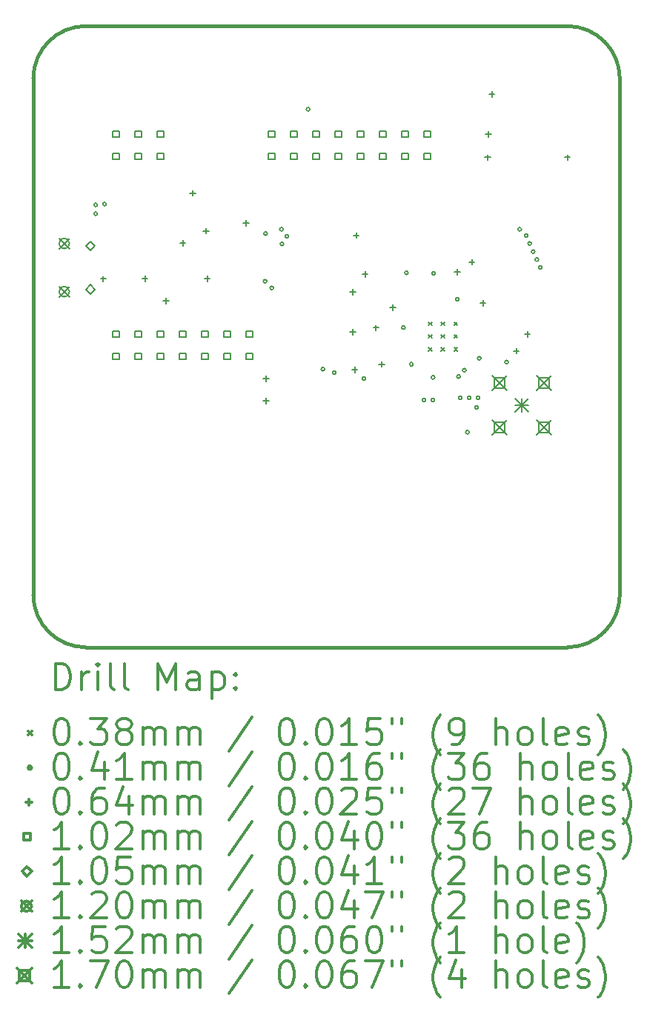
<source format=gbr>
%FSLAX45Y45*%
G04 Gerber Fmt 4.5, Leading zero omitted, Abs format (unit mm)*
G04 Created by KiCad (PCBNEW 4.0.2+e4-6225~38~ubuntu15.10.1-stable) date Thu 22 Jun 2017 11:13:28 SAST*
%MOMM*%
G01*
G04 APERTURE LIST*
%ADD10C,0.127000*%
%ADD11C,0.381000*%
%ADD12C,0.200000*%
%ADD13C,0.300000*%
G04 APERTURE END LIST*
D10*
D11*
X11500000Y-13900000D02*
G75*
G03X12100000Y-14500000I600000J0D01*
G01*
X17600000Y-14500000D02*
G75*
G03X18200000Y-13900000I0J600000D01*
G01*
X12100000Y-7400000D02*
G75*
G03X11500000Y-8000000I0J-600000D01*
G01*
X18200000Y-8000000D02*
G75*
G03X17600000Y-7400000I-600000J0D01*
G01*
X11500000Y-13900000D02*
X11500000Y-8000000D01*
X17600000Y-7400000D02*
X12100000Y-7400000D01*
X18200000Y-13900000D02*
X18200000Y-8000000D01*
X12100000Y-14500000D02*
X17600000Y-14500000D01*
D12*
X16014700Y-10782300D02*
X16052800Y-10820400D01*
X16052800Y-10782300D02*
X16014700Y-10820400D01*
X16014700Y-10928350D02*
X16052800Y-10966450D01*
X16052800Y-10928350D02*
X16014700Y-10966450D01*
X16014700Y-11074400D02*
X16052800Y-11112500D01*
X16052800Y-11074400D02*
X16014700Y-11112500D01*
X16160750Y-10782300D02*
X16198850Y-10820400D01*
X16198850Y-10782300D02*
X16160750Y-10820400D01*
X16160750Y-10928350D02*
X16198850Y-10966450D01*
X16198850Y-10928350D02*
X16160750Y-10966450D01*
X16160750Y-11074400D02*
X16198850Y-11112500D01*
X16198850Y-11074400D02*
X16160750Y-11112500D01*
X16306800Y-10782300D02*
X16344900Y-10820400D01*
X16344900Y-10782300D02*
X16306800Y-10820400D01*
X16306800Y-10928350D02*
X16344900Y-10966450D01*
X16344900Y-10928350D02*
X16306800Y-10966450D01*
X16306800Y-11074400D02*
X16344900Y-11112500D01*
X16344900Y-11074400D02*
X16306800Y-11112500D01*
X12232640Y-9443720D02*
G75*
G03X12232640Y-9443720I-20320J0D01*
G01*
X12232640Y-9545320D02*
G75*
G03X12232640Y-9545320I-20320J0D01*
G01*
X12334240Y-9433560D02*
G75*
G03X12334240Y-9433560I-20320J0D01*
G01*
X14168120Y-10317480D02*
G75*
G03X14168120Y-10317480I-20320J0D01*
G01*
X14173200Y-9771380D02*
G75*
G03X14173200Y-9771380I-20320J0D01*
G01*
X14244320Y-10393680D02*
G75*
G03X14244320Y-10393680I-20320J0D01*
G01*
X14356080Y-9723120D02*
G75*
G03X14356080Y-9723120I-20320J0D01*
G01*
X14361160Y-9890760D02*
G75*
G03X14361160Y-9890760I-20320J0D01*
G01*
X14417040Y-9804400D02*
G75*
G03X14417040Y-9804400I-20320J0D01*
G01*
X14660880Y-8351520D02*
G75*
G03X14660880Y-8351520I-20320J0D01*
G01*
X14828520Y-11320780D02*
G75*
G03X14828520Y-11320780I-20320J0D01*
G01*
X14958060Y-11358880D02*
G75*
G03X14958060Y-11358880I-20320J0D01*
G01*
X15298420Y-11427460D02*
G75*
G03X15298420Y-11427460I-20320J0D01*
G01*
X15748000Y-10845800D02*
G75*
G03X15748000Y-10845800I-20320J0D01*
G01*
X15783560Y-10220960D02*
G75*
G03X15783560Y-10220960I-20320J0D01*
G01*
X15839440Y-11264900D02*
G75*
G03X15839440Y-11264900I-20320J0D01*
G01*
X15984220Y-11673840D02*
G75*
G03X15984220Y-11673840I-20320J0D01*
G01*
X16085820Y-11414760D02*
G75*
G03X16085820Y-11414760I-20320J0D01*
G01*
X16085820Y-11673840D02*
G75*
G03X16085820Y-11673840I-20320J0D01*
G01*
X16093440Y-10226040D02*
G75*
G03X16093440Y-10226040I-20320J0D01*
G01*
X16362680Y-10523220D02*
G75*
G03X16362680Y-10523220I-20320J0D01*
G01*
X16377920Y-11404600D02*
G75*
G03X16377920Y-11404600I-20320J0D01*
G01*
X16398240Y-11648440D02*
G75*
G03X16398240Y-11648440I-20320J0D01*
G01*
X16443960Y-11333480D02*
G75*
G03X16443960Y-11333480I-20320J0D01*
G01*
X16479520Y-12042140D02*
G75*
G03X16479520Y-12042140I-20320J0D01*
G01*
X16499840Y-11648440D02*
G75*
G03X16499840Y-11648440I-20320J0D01*
G01*
X16583660Y-11760200D02*
G75*
G03X16583660Y-11760200I-20320J0D01*
G01*
X16601440Y-11648440D02*
G75*
G03X16601440Y-11648440I-20320J0D01*
G01*
X16614140Y-11196320D02*
G75*
G03X16614140Y-11196320I-20320J0D01*
G01*
X16926560Y-11239500D02*
G75*
G03X16926560Y-11239500I-20320J0D01*
G01*
X17076420Y-9723120D02*
G75*
G03X17076420Y-9723120I-20320J0D01*
G01*
X17150080Y-9794240D02*
G75*
G03X17150080Y-9794240I-20320J0D01*
G01*
X17190720Y-9885680D02*
G75*
G03X17190720Y-9885680I-20320J0D01*
G01*
X17231360Y-9977120D02*
G75*
G03X17231360Y-9977120I-20320J0D01*
G01*
X17272000Y-10068560D02*
G75*
G03X17272000Y-10068560I-20320J0D01*
G01*
X17312640Y-10160000D02*
G75*
G03X17312640Y-10160000I-20320J0D01*
G01*
X12298680Y-10257790D02*
X12298680Y-10321290D01*
X12266930Y-10289540D02*
X12330430Y-10289540D01*
X12776200Y-10255250D02*
X12776200Y-10318750D01*
X12744450Y-10287000D02*
X12807950Y-10287000D01*
X13017500Y-10509250D02*
X13017500Y-10572750D01*
X12985750Y-10541000D02*
X13049250Y-10541000D01*
X13208000Y-9848850D02*
X13208000Y-9912350D01*
X13176250Y-9880600D02*
X13239750Y-9880600D01*
X13322300Y-9277350D02*
X13322300Y-9340850D01*
X13290550Y-9309100D02*
X13354050Y-9309100D01*
X13474700Y-9709150D02*
X13474700Y-9772650D01*
X13442950Y-9740900D02*
X13506450Y-9740900D01*
X13487400Y-10255250D02*
X13487400Y-10318750D01*
X13455650Y-10287000D02*
X13519150Y-10287000D01*
X13931900Y-9620250D02*
X13931900Y-9683750D01*
X13900150Y-9652000D02*
X13963650Y-9652000D01*
X14160500Y-11395710D02*
X14160500Y-11459210D01*
X14128750Y-11427460D02*
X14192250Y-11427460D01*
X14160500Y-11652250D02*
X14160500Y-11715750D01*
X14128750Y-11684000D02*
X14192250Y-11684000D01*
X15151100Y-10407650D02*
X15151100Y-10471150D01*
X15119350Y-10439400D02*
X15182850Y-10439400D01*
X15151100Y-10864850D02*
X15151100Y-10928350D01*
X15119350Y-10896600D02*
X15182850Y-10896600D01*
X15171420Y-11294110D02*
X15171420Y-11357610D01*
X15139670Y-11325860D02*
X15203170Y-11325860D01*
X15189200Y-9759950D02*
X15189200Y-9823450D01*
X15157450Y-9791700D02*
X15220950Y-9791700D01*
X15290800Y-10204450D02*
X15290800Y-10267950D01*
X15259050Y-10236200D02*
X15322550Y-10236200D01*
X15415260Y-10816590D02*
X15415260Y-10880090D01*
X15383510Y-10848340D02*
X15447010Y-10848340D01*
X15478760Y-11233150D02*
X15478760Y-11296650D01*
X15447010Y-11264900D02*
X15510510Y-11264900D01*
X15608300Y-10585450D02*
X15608300Y-10648950D01*
X15576550Y-10617200D02*
X15640050Y-10617200D01*
X16344900Y-10176510D02*
X16344900Y-10240010D01*
X16313150Y-10208260D02*
X16376650Y-10208260D01*
X16510000Y-10064750D02*
X16510000Y-10128250D01*
X16478250Y-10096500D02*
X16541750Y-10096500D01*
X16637000Y-10534650D02*
X16637000Y-10598150D01*
X16605250Y-10566400D02*
X16668750Y-10566400D01*
X16690340Y-8868410D02*
X16690340Y-8931910D01*
X16658590Y-8900160D02*
X16722090Y-8900160D01*
X16700500Y-8604250D02*
X16700500Y-8667750D01*
X16668750Y-8636000D02*
X16732250Y-8636000D01*
X16738600Y-8147050D02*
X16738600Y-8210550D01*
X16706850Y-8178800D02*
X16770350Y-8178800D01*
X17018000Y-11080750D02*
X17018000Y-11144250D01*
X16986250Y-11112500D02*
X17049750Y-11112500D01*
X17145000Y-10890250D02*
X17145000Y-10953750D01*
X17113250Y-10922000D02*
X17176750Y-10922000D01*
X17602200Y-8868410D02*
X17602200Y-8931910D01*
X17570450Y-8900160D02*
X17633950Y-8900160D01*
X12481921Y-8671921D02*
X12481921Y-8600079D01*
X12410079Y-8600079D01*
X12410079Y-8671921D01*
X12481921Y-8671921D01*
X12481921Y-8925921D02*
X12481921Y-8854079D01*
X12410079Y-8854079D01*
X12410079Y-8925921D01*
X12481921Y-8925921D01*
X12481921Y-10957921D02*
X12481921Y-10886079D01*
X12410079Y-10886079D01*
X12410079Y-10957921D01*
X12481921Y-10957921D01*
X12481921Y-11211921D02*
X12481921Y-11140079D01*
X12410079Y-11140079D01*
X12410079Y-11211921D01*
X12481921Y-11211921D01*
X12735921Y-8671921D02*
X12735921Y-8600079D01*
X12664079Y-8600079D01*
X12664079Y-8671921D01*
X12735921Y-8671921D01*
X12735921Y-8925921D02*
X12735921Y-8854079D01*
X12664079Y-8854079D01*
X12664079Y-8925921D01*
X12735921Y-8925921D01*
X12735921Y-10957921D02*
X12735921Y-10886079D01*
X12664079Y-10886079D01*
X12664079Y-10957921D01*
X12735921Y-10957921D01*
X12735921Y-11211921D02*
X12735921Y-11140079D01*
X12664079Y-11140079D01*
X12664079Y-11211921D01*
X12735921Y-11211921D01*
X12989921Y-8671921D02*
X12989921Y-8600079D01*
X12918079Y-8600079D01*
X12918079Y-8671921D01*
X12989921Y-8671921D01*
X12989921Y-8925921D02*
X12989921Y-8854079D01*
X12918079Y-8854079D01*
X12918079Y-8925921D01*
X12989921Y-8925921D01*
X12989921Y-10957921D02*
X12989921Y-10886079D01*
X12918079Y-10886079D01*
X12918079Y-10957921D01*
X12989921Y-10957921D01*
X12989921Y-11211921D02*
X12989921Y-11140079D01*
X12918079Y-11140079D01*
X12918079Y-11211921D01*
X12989921Y-11211921D01*
X13243921Y-10957921D02*
X13243921Y-10886079D01*
X13172079Y-10886079D01*
X13172079Y-10957921D01*
X13243921Y-10957921D01*
X13243921Y-11211921D02*
X13243921Y-11140079D01*
X13172079Y-11140079D01*
X13172079Y-11211921D01*
X13243921Y-11211921D01*
X13497921Y-10957921D02*
X13497921Y-10886079D01*
X13426079Y-10886079D01*
X13426079Y-10957921D01*
X13497921Y-10957921D01*
X13497921Y-11211921D02*
X13497921Y-11140079D01*
X13426079Y-11140079D01*
X13426079Y-11211921D01*
X13497921Y-11211921D01*
X13751921Y-10957921D02*
X13751921Y-10886079D01*
X13680079Y-10886079D01*
X13680079Y-10957921D01*
X13751921Y-10957921D01*
X13751921Y-11211921D02*
X13751921Y-11140079D01*
X13680079Y-11140079D01*
X13680079Y-11211921D01*
X13751921Y-11211921D01*
X14005921Y-10957921D02*
X14005921Y-10886079D01*
X13934079Y-10886079D01*
X13934079Y-10957921D01*
X14005921Y-10957921D01*
X14005921Y-11211921D02*
X14005921Y-11140079D01*
X13934079Y-11140079D01*
X13934079Y-11211921D01*
X14005921Y-11211921D01*
X14259921Y-8671921D02*
X14259921Y-8600079D01*
X14188079Y-8600079D01*
X14188079Y-8671921D01*
X14259921Y-8671921D01*
X14259921Y-8925921D02*
X14259921Y-8854079D01*
X14188079Y-8854079D01*
X14188079Y-8925921D01*
X14259921Y-8925921D01*
X14513921Y-8671921D02*
X14513921Y-8600079D01*
X14442079Y-8600079D01*
X14442079Y-8671921D01*
X14513921Y-8671921D01*
X14513921Y-8925921D02*
X14513921Y-8854079D01*
X14442079Y-8854079D01*
X14442079Y-8925921D01*
X14513921Y-8925921D01*
X14767921Y-8671921D02*
X14767921Y-8600079D01*
X14696079Y-8600079D01*
X14696079Y-8671921D01*
X14767921Y-8671921D01*
X14767921Y-8925921D02*
X14767921Y-8854079D01*
X14696079Y-8854079D01*
X14696079Y-8925921D01*
X14767921Y-8925921D01*
X15021921Y-8671921D02*
X15021921Y-8600079D01*
X14950079Y-8600079D01*
X14950079Y-8671921D01*
X15021921Y-8671921D01*
X15021921Y-8925921D02*
X15021921Y-8854079D01*
X14950079Y-8854079D01*
X14950079Y-8925921D01*
X15021921Y-8925921D01*
X15275921Y-8671921D02*
X15275921Y-8600079D01*
X15204079Y-8600079D01*
X15204079Y-8671921D01*
X15275921Y-8671921D01*
X15275921Y-8925921D02*
X15275921Y-8854079D01*
X15204079Y-8854079D01*
X15204079Y-8925921D01*
X15275921Y-8925921D01*
X15529921Y-8671921D02*
X15529921Y-8600079D01*
X15458079Y-8600079D01*
X15458079Y-8671921D01*
X15529921Y-8671921D01*
X15529921Y-8925921D02*
X15529921Y-8854079D01*
X15458079Y-8854079D01*
X15458079Y-8925921D01*
X15529921Y-8925921D01*
X15783921Y-8671921D02*
X15783921Y-8600079D01*
X15712079Y-8600079D01*
X15712079Y-8671921D01*
X15783921Y-8671921D01*
X15783921Y-8925921D02*
X15783921Y-8854079D01*
X15712079Y-8854079D01*
X15712079Y-8925921D01*
X15783921Y-8925921D01*
X16037921Y-8671921D02*
X16037921Y-8600079D01*
X15966079Y-8600079D01*
X15966079Y-8671921D01*
X16037921Y-8671921D01*
X16037921Y-8925921D02*
X16037921Y-8854079D01*
X15966079Y-8854079D01*
X15966079Y-8925921D01*
X16037921Y-8925921D01*
X12151106Y-9963785D02*
X12203557Y-9911334D01*
X12151106Y-9858883D01*
X12098655Y-9911334D01*
X12151106Y-9963785D01*
X12151106Y-10461117D02*
X12203557Y-10408666D01*
X12151106Y-10356215D01*
X12098655Y-10408666D01*
X12151106Y-10461117D01*
X11793982Y-9824974D02*
X11913870Y-9944862D01*
X11913870Y-9824974D02*
X11793982Y-9944862D01*
X11913870Y-9884918D02*
G75*
G03X11913870Y-9884918I-59944J0D01*
G01*
X11793982Y-10375138D02*
X11913870Y-10495026D01*
X11913870Y-10375138D02*
X11793982Y-10495026D01*
X11913870Y-10435082D02*
G75*
G03X11913870Y-10435082I-59944J0D01*
G01*
X17005300Y-11658600D02*
X17157700Y-11811000D01*
X17157700Y-11658600D02*
X17005300Y-11811000D01*
X17081500Y-11658600D02*
X17081500Y-11811000D01*
X17005300Y-11734800D02*
X17157700Y-11734800D01*
X16742410Y-11395710D02*
X16912590Y-11565890D01*
X16912590Y-11395710D02*
X16742410Y-11565890D01*
X16887668Y-11540968D02*
X16887668Y-11420632D01*
X16767332Y-11420632D01*
X16767332Y-11540968D01*
X16887668Y-11540968D01*
X16742410Y-11903710D02*
X16912590Y-12073890D01*
X16912590Y-11903710D02*
X16742410Y-12073890D01*
X16887668Y-12048968D02*
X16887668Y-11928632D01*
X16767332Y-11928632D01*
X16767332Y-12048968D01*
X16887668Y-12048968D01*
X17250410Y-11395710D02*
X17420590Y-11565890D01*
X17420590Y-11395710D02*
X17250410Y-11565890D01*
X17395668Y-11540968D02*
X17395668Y-11420632D01*
X17275332Y-11420632D01*
X17275332Y-11540968D01*
X17395668Y-11540968D01*
X17250410Y-11903710D02*
X17420590Y-12073890D01*
X17420590Y-11903710D02*
X17250410Y-12073890D01*
X17395668Y-12048968D02*
X17395668Y-11928632D01*
X17275332Y-11928632D01*
X17275332Y-12048968D01*
X17395668Y-12048968D01*
D13*
X11752378Y-14984764D02*
X11752378Y-14684764D01*
X11823807Y-14684764D01*
X11866664Y-14699050D01*
X11895236Y-14727621D01*
X11909521Y-14756193D01*
X11923807Y-14813336D01*
X11923807Y-14856193D01*
X11909521Y-14913336D01*
X11895236Y-14941907D01*
X11866664Y-14970479D01*
X11823807Y-14984764D01*
X11752378Y-14984764D01*
X12052378Y-14984764D02*
X12052378Y-14784764D01*
X12052378Y-14841907D02*
X12066664Y-14813336D01*
X12080950Y-14799050D01*
X12109521Y-14784764D01*
X12138093Y-14784764D01*
X12238093Y-14984764D02*
X12238093Y-14784764D01*
X12238093Y-14684764D02*
X12223807Y-14699050D01*
X12238093Y-14713336D01*
X12252378Y-14699050D01*
X12238093Y-14684764D01*
X12238093Y-14713336D01*
X12423807Y-14984764D02*
X12395236Y-14970479D01*
X12380950Y-14941907D01*
X12380950Y-14684764D01*
X12580950Y-14984764D02*
X12552378Y-14970479D01*
X12538093Y-14941907D01*
X12538093Y-14684764D01*
X12923807Y-14984764D02*
X12923807Y-14684764D01*
X13023807Y-14899050D01*
X13123807Y-14684764D01*
X13123807Y-14984764D01*
X13395236Y-14984764D02*
X13395236Y-14827621D01*
X13380950Y-14799050D01*
X13352378Y-14784764D01*
X13295236Y-14784764D01*
X13266664Y-14799050D01*
X13395236Y-14970479D02*
X13366664Y-14984764D01*
X13295236Y-14984764D01*
X13266664Y-14970479D01*
X13252378Y-14941907D01*
X13252378Y-14913336D01*
X13266664Y-14884764D01*
X13295236Y-14870479D01*
X13366664Y-14870479D01*
X13395236Y-14856193D01*
X13538093Y-14784764D02*
X13538093Y-15084764D01*
X13538093Y-14799050D02*
X13566664Y-14784764D01*
X13623807Y-14784764D01*
X13652378Y-14799050D01*
X13666664Y-14813336D01*
X13680950Y-14841907D01*
X13680950Y-14927621D01*
X13666664Y-14956193D01*
X13652378Y-14970479D01*
X13623807Y-14984764D01*
X13566664Y-14984764D01*
X13538093Y-14970479D01*
X13809521Y-14956193D02*
X13823807Y-14970479D01*
X13809521Y-14984764D01*
X13795236Y-14970479D01*
X13809521Y-14956193D01*
X13809521Y-14984764D01*
X13809521Y-14799050D02*
X13823807Y-14813336D01*
X13809521Y-14827621D01*
X13795236Y-14813336D01*
X13809521Y-14799050D01*
X13809521Y-14827621D01*
X11442850Y-15460000D02*
X11480950Y-15498100D01*
X11480950Y-15460000D02*
X11442850Y-15498100D01*
X11809521Y-15314764D02*
X11838093Y-15314764D01*
X11866664Y-15329050D01*
X11880950Y-15343336D01*
X11895236Y-15371907D01*
X11909521Y-15429050D01*
X11909521Y-15500479D01*
X11895236Y-15557621D01*
X11880950Y-15586193D01*
X11866664Y-15600479D01*
X11838093Y-15614764D01*
X11809521Y-15614764D01*
X11780950Y-15600479D01*
X11766664Y-15586193D01*
X11752378Y-15557621D01*
X11738093Y-15500479D01*
X11738093Y-15429050D01*
X11752378Y-15371907D01*
X11766664Y-15343336D01*
X11780950Y-15329050D01*
X11809521Y-15314764D01*
X12038093Y-15586193D02*
X12052378Y-15600479D01*
X12038093Y-15614764D01*
X12023807Y-15600479D01*
X12038093Y-15586193D01*
X12038093Y-15614764D01*
X12152378Y-15314764D02*
X12338093Y-15314764D01*
X12238093Y-15429050D01*
X12280950Y-15429050D01*
X12309521Y-15443336D01*
X12323807Y-15457621D01*
X12338093Y-15486193D01*
X12338093Y-15557621D01*
X12323807Y-15586193D01*
X12309521Y-15600479D01*
X12280950Y-15614764D01*
X12195236Y-15614764D01*
X12166664Y-15600479D01*
X12152378Y-15586193D01*
X12509521Y-15443336D02*
X12480950Y-15429050D01*
X12466664Y-15414764D01*
X12452378Y-15386193D01*
X12452378Y-15371907D01*
X12466664Y-15343336D01*
X12480950Y-15329050D01*
X12509521Y-15314764D01*
X12566664Y-15314764D01*
X12595236Y-15329050D01*
X12609521Y-15343336D01*
X12623807Y-15371907D01*
X12623807Y-15386193D01*
X12609521Y-15414764D01*
X12595236Y-15429050D01*
X12566664Y-15443336D01*
X12509521Y-15443336D01*
X12480950Y-15457621D01*
X12466664Y-15471907D01*
X12452378Y-15500479D01*
X12452378Y-15557621D01*
X12466664Y-15586193D01*
X12480950Y-15600479D01*
X12509521Y-15614764D01*
X12566664Y-15614764D01*
X12595236Y-15600479D01*
X12609521Y-15586193D01*
X12623807Y-15557621D01*
X12623807Y-15500479D01*
X12609521Y-15471907D01*
X12595236Y-15457621D01*
X12566664Y-15443336D01*
X12752378Y-15614764D02*
X12752378Y-15414764D01*
X12752378Y-15443336D02*
X12766664Y-15429050D01*
X12795236Y-15414764D01*
X12838093Y-15414764D01*
X12866664Y-15429050D01*
X12880950Y-15457621D01*
X12880950Y-15614764D01*
X12880950Y-15457621D02*
X12895236Y-15429050D01*
X12923807Y-15414764D01*
X12966664Y-15414764D01*
X12995236Y-15429050D01*
X13009521Y-15457621D01*
X13009521Y-15614764D01*
X13152378Y-15614764D02*
X13152378Y-15414764D01*
X13152378Y-15443336D02*
X13166664Y-15429050D01*
X13195236Y-15414764D01*
X13238093Y-15414764D01*
X13266664Y-15429050D01*
X13280950Y-15457621D01*
X13280950Y-15614764D01*
X13280950Y-15457621D02*
X13295236Y-15429050D01*
X13323807Y-15414764D01*
X13366664Y-15414764D01*
X13395236Y-15429050D01*
X13409521Y-15457621D01*
X13409521Y-15614764D01*
X13995236Y-15300479D02*
X13738093Y-15686193D01*
X14380950Y-15314764D02*
X14409521Y-15314764D01*
X14438093Y-15329050D01*
X14452378Y-15343336D01*
X14466664Y-15371907D01*
X14480950Y-15429050D01*
X14480950Y-15500479D01*
X14466664Y-15557621D01*
X14452378Y-15586193D01*
X14438093Y-15600479D01*
X14409521Y-15614764D01*
X14380950Y-15614764D01*
X14352378Y-15600479D01*
X14338093Y-15586193D01*
X14323807Y-15557621D01*
X14309521Y-15500479D01*
X14309521Y-15429050D01*
X14323807Y-15371907D01*
X14338093Y-15343336D01*
X14352378Y-15329050D01*
X14380950Y-15314764D01*
X14609521Y-15586193D02*
X14623807Y-15600479D01*
X14609521Y-15614764D01*
X14595236Y-15600479D01*
X14609521Y-15586193D01*
X14609521Y-15614764D01*
X14809521Y-15314764D02*
X14838093Y-15314764D01*
X14866664Y-15329050D01*
X14880950Y-15343336D01*
X14895235Y-15371907D01*
X14909521Y-15429050D01*
X14909521Y-15500479D01*
X14895235Y-15557621D01*
X14880950Y-15586193D01*
X14866664Y-15600479D01*
X14838093Y-15614764D01*
X14809521Y-15614764D01*
X14780950Y-15600479D01*
X14766664Y-15586193D01*
X14752378Y-15557621D01*
X14738093Y-15500479D01*
X14738093Y-15429050D01*
X14752378Y-15371907D01*
X14766664Y-15343336D01*
X14780950Y-15329050D01*
X14809521Y-15314764D01*
X15195235Y-15614764D02*
X15023807Y-15614764D01*
X15109521Y-15614764D02*
X15109521Y-15314764D01*
X15080950Y-15357621D01*
X15052378Y-15386193D01*
X15023807Y-15400479D01*
X15466664Y-15314764D02*
X15323807Y-15314764D01*
X15309521Y-15457621D01*
X15323807Y-15443336D01*
X15352378Y-15429050D01*
X15423807Y-15429050D01*
X15452378Y-15443336D01*
X15466664Y-15457621D01*
X15480950Y-15486193D01*
X15480950Y-15557621D01*
X15466664Y-15586193D01*
X15452378Y-15600479D01*
X15423807Y-15614764D01*
X15352378Y-15614764D01*
X15323807Y-15600479D01*
X15309521Y-15586193D01*
X15595236Y-15314764D02*
X15595236Y-15371907D01*
X15709521Y-15314764D02*
X15709521Y-15371907D01*
X16152378Y-15729050D02*
X16138093Y-15714764D01*
X16109521Y-15671907D01*
X16095235Y-15643336D01*
X16080950Y-15600479D01*
X16066664Y-15529050D01*
X16066664Y-15471907D01*
X16080950Y-15400479D01*
X16095235Y-15357621D01*
X16109521Y-15329050D01*
X16138093Y-15286193D01*
X16152378Y-15271907D01*
X16280950Y-15614764D02*
X16338093Y-15614764D01*
X16366664Y-15600479D01*
X16380950Y-15586193D01*
X16409521Y-15543336D01*
X16423807Y-15486193D01*
X16423807Y-15371907D01*
X16409521Y-15343336D01*
X16395235Y-15329050D01*
X16366664Y-15314764D01*
X16309521Y-15314764D01*
X16280950Y-15329050D01*
X16266664Y-15343336D01*
X16252378Y-15371907D01*
X16252378Y-15443336D01*
X16266664Y-15471907D01*
X16280950Y-15486193D01*
X16309521Y-15500479D01*
X16366664Y-15500479D01*
X16395235Y-15486193D01*
X16409521Y-15471907D01*
X16423807Y-15443336D01*
X16780950Y-15614764D02*
X16780950Y-15314764D01*
X16909521Y-15614764D02*
X16909521Y-15457621D01*
X16895236Y-15429050D01*
X16866664Y-15414764D01*
X16823807Y-15414764D01*
X16795236Y-15429050D01*
X16780950Y-15443336D01*
X17095236Y-15614764D02*
X17066664Y-15600479D01*
X17052378Y-15586193D01*
X17038093Y-15557621D01*
X17038093Y-15471907D01*
X17052378Y-15443336D01*
X17066664Y-15429050D01*
X17095236Y-15414764D01*
X17138093Y-15414764D01*
X17166664Y-15429050D01*
X17180950Y-15443336D01*
X17195236Y-15471907D01*
X17195236Y-15557621D01*
X17180950Y-15586193D01*
X17166664Y-15600479D01*
X17138093Y-15614764D01*
X17095236Y-15614764D01*
X17366664Y-15614764D02*
X17338093Y-15600479D01*
X17323807Y-15571907D01*
X17323807Y-15314764D01*
X17595236Y-15600479D02*
X17566664Y-15614764D01*
X17509521Y-15614764D01*
X17480950Y-15600479D01*
X17466664Y-15571907D01*
X17466664Y-15457621D01*
X17480950Y-15429050D01*
X17509521Y-15414764D01*
X17566664Y-15414764D01*
X17595236Y-15429050D01*
X17609521Y-15457621D01*
X17609521Y-15486193D01*
X17466664Y-15514764D01*
X17723807Y-15600479D02*
X17752379Y-15614764D01*
X17809521Y-15614764D01*
X17838093Y-15600479D01*
X17852379Y-15571907D01*
X17852379Y-15557621D01*
X17838093Y-15529050D01*
X17809521Y-15514764D01*
X17766664Y-15514764D01*
X17738093Y-15500479D01*
X17723807Y-15471907D01*
X17723807Y-15457621D01*
X17738093Y-15429050D01*
X17766664Y-15414764D01*
X17809521Y-15414764D01*
X17838093Y-15429050D01*
X17952378Y-15729050D02*
X17966664Y-15714764D01*
X17995236Y-15671907D01*
X18009521Y-15643336D01*
X18023807Y-15600479D01*
X18038093Y-15529050D01*
X18038093Y-15471907D01*
X18023807Y-15400479D01*
X18009521Y-15357621D01*
X17995236Y-15329050D01*
X17966664Y-15286193D01*
X17952378Y-15271907D01*
X11480950Y-15875050D02*
G75*
G03X11480950Y-15875050I-20320J0D01*
G01*
X11809521Y-15710764D02*
X11838093Y-15710764D01*
X11866664Y-15725050D01*
X11880950Y-15739336D01*
X11895236Y-15767907D01*
X11909521Y-15825050D01*
X11909521Y-15896479D01*
X11895236Y-15953621D01*
X11880950Y-15982193D01*
X11866664Y-15996479D01*
X11838093Y-16010764D01*
X11809521Y-16010764D01*
X11780950Y-15996479D01*
X11766664Y-15982193D01*
X11752378Y-15953621D01*
X11738093Y-15896479D01*
X11738093Y-15825050D01*
X11752378Y-15767907D01*
X11766664Y-15739336D01*
X11780950Y-15725050D01*
X11809521Y-15710764D01*
X12038093Y-15982193D02*
X12052378Y-15996479D01*
X12038093Y-16010764D01*
X12023807Y-15996479D01*
X12038093Y-15982193D01*
X12038093Y-16010764D01*
X12309521Y-15810764D02*
X12309521Y-16010764D01*
X12238093Y-15696479D02*
X12166664Y-15910764D01*
X12352378Y-15910764D01*
X12623807Y-16010764D02*
X12452378Y-16010764D01*
X12538093Y-16010764D02*
X12538093Y-15710764D01*
X12509521Y-15753621D01*
X12480950Y-15782193D01*
X12452378Y-15796479D01*
X12752378Y-16010764D02*
X12752378Y-15810764D01*
X12752378Y-15839336D02*
X12766664Y-15825050D01*
X12795236Y-15810764D01*
X12838093Y-15810764D01*
X12866664Y-15825050D01*
X12880950Y-15853621D01*
X12880950Y-16010764D01*
X12880950Y-15853621D02*
X12895236Y-15825050D01*
X12923807Y-15810764D01*
X12966664Y-15810764D01*
X12995236Y-15825050D01*
X13009521Y-15853621D01*
X13009521Y-16010764D01*
X13152378Y-16010764D02*
X13152378Y-15810764D01*
X13152378Y-15839336D02*
X13166664Y-15825050D01*
X13195236Y-15810764D01*
X13238093Y-15810764D01*
X13266664Y-15825050D01*
X13280950Y-15853621D01*
X13280950Y-16010764D01*
X13280950Y-15853621D02*
X13295236Y-15825050D01*
X13323807Y-15810764D01*
X13366664Y-15810764D01*
X13395236Y-15825050D01*
X13409521Y-15853621D01*
X13409521Y-16010764D01*
X13995236Y-15696479D02*
X13738093Y-16082193D01*
X14380950Y-15710764D02*
X14409521Y-15710764D01*
X14438093Y-15725050D01*
X14452378Y-15739336D01*
X14466664Y-15767907D01*
X14480950Y-15825050D01*
X14480950Y-15896479D01*
X14466664Y-15953621D01*
X14452378Y-15982193D01*
X14438093Y-15996479D01*
X14409521Y-16010764D01*
X14380950Y-16010764D01*
X14352378Y-15996479D01*
X14338093Y-15982193D01*
X14323807Y-15953621D01*
X14309521Y-15896479D01*
X14309521Y-15825050D01*
X14323807Y-15767907D01*
X14338093Y-15739336D01*
X14352378Y-15725050D01*
X14380950Y-15710764D01*
X14609521Y-15982193D02*
X14623807Y-15996479D01*
X14609521Y-16010764D01*
X14595236Y-15996479D01*
X14609521Y-15982193D01*
X14609521Y-16010764D01*
X14809521Y-15710764D02*
X14838093Y-15710764D01*
X14866664Y-15725050D01*
X14880950Y-15739336D01*
X14895235Y-15767907D01*
X14909521Y-15825050D01*
X14909521Y-15896479D01*
X14895235Y-15953621D01*
X14880950Y-15982193D01*
X14866664Y-15996479D01*
X14838093Y-16010764D01*
X14809521Y-16010764D01*
X14780950Y-15996479D01*
X14766664Y-15982193D01*
X14752378Y-15953621D01*
X14738093Y-15896479D01*
X14738093Y-15825050D01*
X14752378Y-15767907D01*
X14766664Y-15739336D01*
X14780950Y-15725050D01*
X14809521Y-15710764D01*
X15195235Y-16010764D02*
X15023807Y-16010764D01*
X15109521Y-16010764D02*
X15109521Y-15710764D01*
X15080950Y-15753621D01*
X15052378Y-15782193D01*
X15023807Y-15796479D01*
X15452378Y-15710764D02*
X15395235Y-15710764D01*
X15366664Y-15725050D01*
X15352378Y-15739336D01*
X15323807Y-15782193D01*
X15309521Y-15839336D01*
X15309521Y-15953621D01*
X15323807Y-15982193D01*
X15338093Y-15996479D01*
X15366664Y-16010764D01*
X15423807Y-16010764D01*
X15452378Y-15996479D01*
X15466664Y-15982193D01*
X15480950Y-15953621D01*
X15480950Y-15882193D01*
X15466664Y-15853621D01*
X15452378Y-15839336D01*
X15423807Y-15825050D01*
X15366664Y-15825050D01*
X15338093Y-15839336D01*
X15323807Y-15853621D01*
X15309521Y-15882193D01*
X15595236Y-15710764D02*
X15595236Y-15767907D01*
X15709521Y-15710764D02*
X15709521Y-15767907D01*
X16152378Y-16125050D02*
X16138093Y-16110764D01*
X16109521Y-16067907D01*
X16095235Y-16039336D01*
X16080950Y-15996479D01*
X16066664Y-15925050D01*
X16066664Y-15867907D01*
X16080950Y-15796479D01*
X16095235Y-15753621D01*
X16109521Y-15725050D01*
X16138093Y-15682193D01*
X16152378Y-15667907D01*
X16238093Y-15710764D02*
X16423807Y-15710764D01*
X16323807Y-15825050D01*
X16366664Y-15825050D01*
X16395235Y-15839336D01*
X16409521Y-15853621D01*
X16423807Y-15882193D01*
X16423807Y-15953621D01*
X16409521Y-15982193D01*
X16395235Y-15996479D01*
X16366664Y-16010764D01*
X16280950Y-16010764D01*
X16252378Y-15996479D01*
X16238093Y-15982193D01*
X16680950Y-15710764D02*
X16623807Y-15710764D01*
X16595235Y-15725050D01*
X16580950Y-15739336D01*
X16552378Y-15782193D01*
X16538093Y-15839336D01*
X16538093Y-15953621D01*
X16552378Y-15982193D01*
X16566664Y-15996479D01*
X16595235Y-16010764D01*
X16652378Y-16010764D01*
X16680950Y-15996479D01*
X16695235Y-15982193D01*
X16709521Y-15953621D01*
X16709521Y-15882193D01*
X16695235Y-15853621D01*
X16680950Y-15839336D01*
X16652378Y-15825050D01*
X16595235Y-15825050D01*
X16566664Y-15839336D01*
X16552378Y-15853621D01*
X16538093Y-15882193D01*
X17066664Y-16010764D02*
X17066664Y-15710764D01*
X17195236Y-16010764D02*
X17195236Y-15853621D01*
X17180950Y-15825050D01*
X17152378Y-15810764D01*
X17109521Y-15810764D01*
X17080950Y-15825050D01*
X17066664Y-15839336D01*
X17380950Y-16010764D02*
X17352378Y-15996479D01*
X17338093Y-15982193D01*
X17323807Y-15953621D01*
X17323807Y-15867907D01*
X17338093Y-15839336D01*
X17352378Y-15825050D01*
X17380950Y-15810764D01*
X17423807Y-15810764D01*
X17452378Y-15825050D01*
X17466664Y-15839336D01*
X17480950Y-15867907D01*
X17480950Y-15953621D01*
X17466664Y-15982193D01*
X17452378Y-15996479D01*
X17423807Y-16010764D01*
X17380950Y-16010764D01*
X17652378Y-16010764D02*
X17623807Y-15996479D01*
X17609521Y-15967907D01*
X17609521Y-15710764D01*
X17880950Y-15996479D02*
X17852379Y-16010764D01*
X17795236Y-16010764D01*
X17766664Y-15996479D01*
X17752379Y-15967907D01*
X17752379Y-15853621D01*
X17766664Y-15825050D01*
X17795236Y-15810764D01*
X17852379Y-15810764D01*
X17880950Y-15825050D01*
X17895236Y-15853621D01*
X17895236Y-15882193D01*
X17752379Y-15910764D01*
X18009521Y-15996479D02*
X18038093Y-16010764D01*
X18095236Y-16010764D01*
X18123807Y-15996479D01*
X18138093Y-15967907D01*
X18138093Y-15953621D01*
X18123807Y-15925050D01*
X18095236Y-15910764D01*
X18052379Y-15910764D01*
X18023807Y-15896479D01*
X18009521Y-15867907D01*
X18009521Y-15853621D01*
X18023807Y-15825050D01*
X18052379Y-15810764D01*
X18095236Y-15810764D01*
X18123807Y-15825050D01*
X18238093Y-16125050D02*
X18252379Y-16110764D01*
X18280950Y-16067907D01*
X18295236Y-16039336D01*
X18309521Y-15996479D01*
X18323807Y-15925050D01*
X18323807Y-15867907D01*
X18309521Y-15796479D01*
X18295236Y-15753621D01*
X18280950Y-15725050D01*
X18252379Y-15682193D01*
X18238093Y-15667907D01*
X11449200Y-16239300D02*
X11449200Y-16302800D01*
X11417450Y-16271050D02*
X11480950Y-16271050D01*
X11809521Y-16106764D02*
X11838093Y-16106764D01*
X11866664Y-16121050D01*
X11880950Y-16135336D01*
X11895236Y-16163907D01*
X11909521Y-16221050D01*
X11909521Y-16292479D01*
X11895236Y-16349621D01*
X11880950Y-16378193D01*
X11866664Y-16392479D01*
X11838093Y-16406764D01*
X11809521Y-16406764D01*
X11780950Y-16392479D01*
X11766664Y-16378193D01*
X11752378Y-16349621D01*
X11738093Y-16292479D01*
X11738093Y-16221050D01*
X11752378Y-16163907D01*
X11766664Y-16135336D01*
X11780950Y-16121050D01*
X11809521Y-16106764D01*
X12038093Y-16378193D02*
X12052378Y-16392479D01*
X12038093Y-16406764D01*
X12023807Y-16392479D01*
X12038093Y-16378193D01*
X12038093Y-16406764D01*
X12309521Y-16106764D02*
X12252378Y-16106764D01*
X12223807Y-16121050D01*
X12209521Y-16135336D01*
X12180950Y-16178193D01*
X12166664Y-16235336D01*
X12166664Y-16349621D01*
X12180950Y-16378193D01*
X12195236Y-16392479D01*
X12223807Y-16406764D01*
X12280950Y-16406764D01*
X12309521Y-16392479D01*
X12323807Y-16378193D01*
X12338093Y-16349621D01*
X12338093Y-16278193D01*
X12323807Y-16249621D01*
X12309521Y-16235336D01*
X12280950Y-16221050D01*
X12223807Y-16221050D01*
X12195236Y-16235336D01*
X12180950Y-16249621D01*
X12166664Y-16278193D01*
X12595236Y-16206764D02*
X12595236Y-16406764D01*
X12523807Y-16092479D02*
X12452378Y-16306764D01*
X12638093Y-16306764D01*
X12752378Y-16406764D02*
X12752378Y-16206764D01*
X12752378Y-16235336D02*
X12766664Y-16221050D01*
X12795236Y-16206764D01*
X12838093Y-16206764D01*
X12866664Y-16221050D01*
X12880950Y-16249621D01*
X12880950Y-16406764D01*
X12880950Y-16249621D02*
X12895236Y-16221050D01*
X12923807Y-16206764D01*
X12966664Y-16206764D01*
X12995236Y-16221050D01*
X13009521Y-16249621D01*
X13009521Y-16406764D01*
X13152378Y-16406764D02*
X13152378Y-16206764D01*
X13152378Y-16235336D02*
X13166664Y-16221050D01*
X13195236Y-16206764D01*
X13238093Y-16206764D01*
X13266664Y-16221050D01*
X13280950Y-16249621D01*
X13280950Y-16406764D01*
X13280950Y-16249621D02*
X13295236Y-16221050D01*
X13323807Y-16206764D01*
X13366664Y-16206764D01*
X13395236Y-16221050D01*
X13409521Y-16249621D01*
X13409521Y-16406764D01*
X13995236Y-16092479D02*
X13738093Y-16478193D01*
X14380950Y-16106764D02*
X14409521Y-16106764D01*
X14438093Y-16121050D01*
X14452378Y-16135336D01*
X14466664Y-16163907D01*
X14480950Y-16221050D01*
X14480950Y-16292479D01*
X14466664Y-16349621D01*
X14452378Y-16378193D01*
X14438093Y-16392479D01*
X14409521Y-16406764D01*
X14380950Y-16406764D01*
X14352378Y-16392479D01*
X14338093Y-16378193D01*
X14323807Y-16349621D01*
X14309521Y-16292479D01*
X14309521Y-16221050D01*
X14323807Y-16163907D01*
X14338093Y-16135336D01*
X14352378Y-16121050D01*
X14380950Y-16106764D01*
X14609521Y-16378193D02*
X14623807Y-16392479D01*
X14609521Y-16406764D01*
X14595236Y-16392479D01*
X14609521Y-16378193D01*
X14609521Y-16406764D01*
X14809521Y-16106764D02*
X14838093Y-16106764D01*
X14866664Y-16121050D01*
X14880950Y-16135336D01*
X14895235Y-16163907D01*
X14909521Y-16221050D01*
X14909521Y-16292479D01*
X14895235Y-16349621D01*
X14880950Y-16378193D01*
X14866664Y-16392479D01*
X14838093Y-16406764D01*
X14809521Y-16406764D01*
X14780950Y-16392479D01*
X14766664Y-16378193D01*
X14752378Y-16349621D01*
X14738093Y-16292479D01*
X14738093Y-16221050D01*
X14752378Y-16163907D01*
X14766664Y-16135336D01*
X14780950Y-16121050D01*
X14809521Y-16106764D01*
X15023807Y-16135336D02*
X15038093Y-16121050D01*
X15066664Y-16106764D01*
X15138093Y-16106764D01*
X15166664Y-16121050D01*
X15180950Y-16135336D01*
X15195235Y-16163907D01*
X15195235Y-16192479D01*
X15180950Y-16235336D01*
X15009521Y-16406764D01*
X15195235Y-16406764D01*
X15466664Y-16106764D02*
X15323807Y-16106764D01*
X15309521Y-16249621D01*
X15323807Y-16235336D01*
X15352378Y-16221050D01*
X15423807Y-16221050D01*
X15452378Y-16235336D01*
X15466664Y-16249621D01*
X15480950Y-16278193D01*
X15480950Y-16349621D01*
X15466664Y-16378193D01*
X15452378Y-16392479D01*
X15423807Y-16406764D01*
X15352378Y-16406764D01*
X15323807Y-16392479D01*
X15309521Y-16378193D01*
X15595236Y-16106764D02*
X15595236Y-16163907D01*
X15709521Y-16106764D02*
X15709521Y-16163907D01*
X16152378Y-16521050D02*
X16138093Y-16506764D01*
X16109521Y-16463907D01*
X16095235Y-16435336D01*
X16080950Y-16392479D01*
X16066664Y-16321050D01*
X16066664Y-16263907D01*
X16080950Y-16192479D01*
X16095235Y-16149621D01*
X16109521Y-16121050D01*
X16138093Y-16078193D01*
X16152378Y-16063907D01*
X16252378Y-16135336D02*
X16266664Y-16121050D01*
X16295235Y-16106764D01*
X16366664Y-16106764D01*
X16395235Y-16121050D01*
X16409521Y-16135336D01*
X16423807Y-16163907D01*
X16423807Y-16192479D01*
X16409521Y-16235336D01*
X16238093Y-16406764D01*
X16423807Y-16406764D01*
X16523807Y-16106764D02*
X16723807Y-16106764D01*
X16595235Y-16406764D01*
X17066664Y-16406764D02*
X17066664Y-16106764D01*
X17195236Y-16406764D02*
X17195236Y-16249621D01*
X17180950Y-16221050D01*
X17152378Y-16206764D01*
X17109521Y-16206764D01*
X17080950Y-16221050D01*
X17066664Y-16235336D01*
X17380950Y-16406764D02*
X17352378Y-16392479D01*
X17338093Y-16378193D01*
X17323807Y-16349621D01*
X17323807Y-16263907D01*
X17338093Y-16235336D01*
X17352378Y-16221050D01*
X17380950Y-16206764D01*
X17423807Y-16206764D01*
X17452378Y-16221050D01*
X17466664Y-16235336D01*
X17480950Y-16263907D01*
X17480950Y-16349621D01*
X17466664Y-16378193D01*
X17452378Y-16392479D01*
X17423807Y-16406764D01*
X17380950Y-16406764D01*
X17652378Y-16406764D02*
X17623807Y-16392479D01*
X17609521Y-16363907D01*
X17609521Y-16106764D01*
X17880950Y-16392479D02*
X17852379Y-16406764D01*
X17795236Y-16406764D01*
X17766664Y-16392479D01*
X17752379Y-16363907D01*
X17752379Y-16249621D01*
X17766664Y-16221050D01*
X17795236Y-16206764D01*
X17852379Y-16206764D01*
X17880950Y-16221050D01*
X17895236Y-16249621D01*
X17895236Y-16278193D01*
X17752379Y-16306764D01*
X18009521Y-16392479D02*
X18038093Y-16406764D01*
X18095236Y-16406764D01*
X18123807Y-16392479D01*
X18138093Y-16363907D01*
X18138093Y-16349621D01*
X18123807Y-16321050D01*
X18095236Y-16306764D01*
X18052379Y-16306764D01*
X18023807Y-16292479D01*
X18009521Y-16263907D01*
X18009521Y-16249621D01*
X18023807Y-16221050D01*
X18052379Y-16206764D01*
X18095236Y-16206764D01*
X18123807Y-16221050D01*
X18238093Y-16521050D02*
X18252379Y-16506764D01*
X18280950Y-16463907D01*
X18295236Y-16435336D01*
X18309521Y-16392479D01*
X18323807Y-16321050D01*
X18323807Y-16263907D01*
X18309521Y-16192479D01*
X18295236Y-16149621D01*
X18280950Y-16121050D01*
X18252379Y-16078193D01*
X18238093Y-16063907D01*
X11466071Y-16702971D02*
X11466071Y-16631129D01*
X11394228Y-16631129D01*
X11394228Y-16702971D01*
X11466071Y-16702971D01*
X11909521Y-16802764D02*
X11738093Y-16802764D01*
X11823807Y-16802764D02*
X11823807Y-16502764D01*
X11795236Y-16545621D01*
X11766664Y-16574193D01*
X11738093Y-16588479D01*
X12038093Y-16774193D02*
X12052378Y-16788479D01*
X12038093Y-16802764D01*
X12023807Y-16788479D01*
X12038093Y-16774193D01*
X12038093Y-16802764D01*
X12238093Y-16502764D02*
X12266664Y-16502764D01*
X12295236Y-16517050D01*
X12309521Y-16531336D01*
X12323807Y-16559907D01*
X12338093Y-16617050D01*
X12338093Y-16688479D01*
X12323807Y-16745621D01*
X12309521Y-16774193D01*
X12295236Y-16788479D01*
X12266664Y-16802764D01*
X12238093Y-16802764D01*
X12209521Y-16788479D01*
X12195236Y-16774193D01*
X12180950Y-16745621D01*
X12166664Y-16688479D01*
X12166664Y-16617050D01*
X12180950Y-16559907D01*
X12195236Y-16531336D01*
X12209521Y-16517050D01*
X12238093Y-16502764D01*
X12452378Y-16531336D02*
X12466664Y-16517050D01*
X12495236Y-16502764D01*
X12566664Y-16502764D01*
X12595236Y-16517050D01*
X12609521Y-16531336D01*
X12623807Y-16559907D01*
X12623807Y-16588479D01*
X12609521Y-16631336D01*
X12438093Y-16802764D01*
X12623807Y-16802764D01*
X12752378Y-16802764D02*
X12752378Y-16602764D01*
X12752378Y-16631336D02*
X12766664Y-16617050D01*
X12795236Y-16602764D01*
X12838093Y-16602764D01*
X12866664Y-16617050D01*
X12880950Y-16645621D01*
X12880950Y-16802764D01*
X12880950Y-16645621D02*
X12895236Y-16617050D01*
X12923807Y-16602764D01*
X12966664Y-16602764D01*
X12995236Y-16617050D01*
X13009521Y-16645621D01*
X13009521Y-16802764D01*
X13152378Y-16802764D02*
X13152378Y-16602764D01*
X13152378Y-16631336D02*
X13166664Y-16617050D01*
X13195236Y-16602764D01*
X13238093Y-16602764D01*
X13266664Y-16617050D01*
X13280950Y-16645621D01*
X13280950Y-16802764D01*
X13280950Y-16645621D02*
X13295236Y-16617050D01*
X13323807Y-16602764D01*
X13366664Y-16602764D01*
X13395236Y-16617050D01*
X13409521Y-16645621D01*
X13409521Y-16802764D01*
X13995236Y-16488479D02*
X13738093Y-16874193D01*
X14380950Y-16502764D02*
X14409521Y-16502764D01*
X14438093Y-16517050D01*
X14452378Y-16531336D01*
X14466664Y-16559907D01*
X14480950Y-16617050D01*
X14480950Y-16688479D01*
X14466664Y-16745621D01*
X14452378Y-16774193D01*
X14438093Y-16788479D01*
X14409521Y-16802764D01*
X14380950Y-16802764D01*
X14352378Y-16788479D01*
X14338093Y-16774193D01*
X14323807Y-16745621D01*
X14309521Y-16688479D01*
X14309521Y-16617050D01*
X14323807Y-16559907D01*
X14338093Y-16531336D01*
X14352378Y-16517050D01*
X14380950Y-16502764D01*
X14609521Y-16774193D02*
X14623807Y-16788479D01*
X14609521Y-16802764D01*
X14595236Y-16788479D01*
X14609521Y-16774193D01*
X14609521Y-16802764D01*
X14809521Y-16502764D02*
X14838093Y-16502764D01*
X14866664Y-16517050D01*
X14880950Y-16531336D01*
X14895235Y-16559907D01*
X14909521Y-16617050D01*
X14909521Y-16688479D01*
X14895235Y-16745621D01*
X14880950Y-16774193D01*
X14866664Y-16788479D01*
X14838093Y-16802764D01*
X14809521Y-16802764D01*
X14780950Y-16788479D01*
X14766664Y-16774193D01*
X14752378Y-16745621D01*
X14738093Y-16688479D01*
X14738093Y-16617050D01*
X14752378Y-16559907D01*
X14766664Y-16531336D01*
X14780950Y-16517050D01*
X14809521Y-16502764D01*
X15166664Y-16602764D02*
X15166664Y-16802764D01*
X15095235Y-16488479D02*
X15023807Y-16702764D01*
X15209521Y-16702764D01*
X15380950Y-16502764D02*
X15409521Y-16502764D01*
X15438093Y-16517050D01*
X15452378Y-16531336D01*
X15466664Y-16559907D01*
X15480950Y-16617050D01*
X15480950Y-16688479D01*
X15466664Y-16745621D01*
X15452378Y-16774193D01*
X15438093Y-16788479D01*
X15409521Y-16802764D01*
X15380950Y-16802764D01*
X15352378Y-16788479D01*
X15338093Y-16774193D01*
X15323807Y-16745621D01*
X15309521Y-16688479D01*
X15309521Y-16617050D01*
X15323807Y-16559907D01*
X15338093Y-16531336D01*
X15352378Y-16517050D01*
X15380950Y-16502764D01*
X15595236Y-16502764D02*
X15595236Y-16559907D01*
X15709521Y-16502764D02*
X15709521Y-16559907D01*
X16152378Y-16917050D02*
X16138093Y-16902764D01*
X16109521Y-16859907D01*
X16095235Y-16831336D01*
X16080950Y-16788479D01*
X16066664Y-16717050D01*
X16066664Y-16659907D01*
X16080950Y-16588479D01*
X16095235Y-16545621D01*
X16109521Y-16517050D01*
X16138093Y-16474193D01*
X16152378Y-16459907D01*
X16238093Y-16502764D02*
X16423807Y-16502764D01*
X16323807Y-16617050D01*
X16366664Y-16617050D01*
X16395235Y-16631336D01*
X16409521Y-16645621D01*
X16423807Y-16674193D01*
X16423807Y-16745621D01*
X16409521Y-16774193D01*
X16395235Y-16788479D01*
X16366664Y-16802764D01*
X16280950Y-16802764D01*
X16252378Y-16788479D01*
X16238093Y-16774193D01*
X16680950Y-16502764D02*
X16623807Y-16502764D01*
X16595235Y-16517050D01*
X16580950Y-16531336D01*
X16552378Y-16574193D01*
X16538093Y-16631336D01*
X16538093Y-16745621D01*
X16552378Y-16774193D01*
X16566664Y-16788479D01*
X16595235Y-16802764D01*
X16652378Y-16802764D01*
X16680950Y-16788479D01*
X16695235Y-16774193D01*
X16709521Y-16745621D01*
X16709521Y-16674193D01*
X16695235Y-16645621D01*
X16680950Y-16631336D01*
X16652378Y-16617050D01*
X16595235Y-16617050D01*
X16566664Y-16631336D01*
X16552378Y-16645621D01*
X16538093Y-16674193D01*
X17066664Y-16802764D02*
X17066664Y-16502764D01*
X17195236Y-16802764D02*
X17195236Y-16645621D01*
X17180950Y-16617050D01*
X17152378Y-16602764D01*
X17109521Y-16602764D01*
X17080950Y-16617050D01*
X17066664Y-16631336D01*
X17380950Y-16802764D02*
X17352378Y-16788479D01*
X17338093Y-16774193D01*
X17323807Y-16745621D01*
X17323807Y-16659907D01*
X17338093Y-16631336D01*
X17352378Y-16617050D01*
X17380950Y-16602764D01*
X17423807Y-16602764D01*
X17452378Y-16617050D01*
X17466664Y-16631336D01*
X17480950Y-16659907D01*
X17480950Y-16745621D01*
X17466664Y-16774193D01*
X17452378Y-16788479D01*
X17423807Y-16802764D01*
X17380950Y-16802764D01*
X17652378Y-16802764D02*
X17623807Y-16788479D01*
X17609521Y-16759907D01*
X17609521Y-16502764D01*
X17880950Y-16788479D02*
X17852379Y-16802764D01*
X17795236Y-16802764D01*
X17766664Y-16788479D01*
X17752379Y-16759907D01*
X17752379Y-16645621D01*
X17766664Y-16617050D01*
X17795236Y-16602764D01*
X17852379Y-16602764D01*
X17880950Y-16617050D01*
X17895236Y-16645621D01*
X17895236Y-16674193D01*
X17752379Y-16702764D01*
X18009521Y-16788479D02*
X18038093Y-16802764D01*
X18095236Y-16802764D01*
X18123807Y-16788479D01*
X18138093Y-16759907D01*
X18138093Y-16745621D01*
X18123807Y-16717050D01*
X18095236Y-16702764D01*
X18052379Y-16702764D01*
X18023807Y-16688479D01*
X18009521Y-16659907D01*
X18009521Y-16645621D01*
X18023807Y-16617050D01*
X18052379Y-16602764D01*
X18095236Y-16602764D01*
X18123807Y-16617050D01*
X18238093Y-16917050D02*
X18252379Y-16902764D01*
X18280950Y-16859907D01*
X18295236Y-16831336D01*
X18309521Y-16788479D01*
X18323807Y-16717050D01*
X18323807Y-16659907D01*
X18309521Y-16588479D01*
X18295236Y-16545621D01*
X18280950Y-16517050D01*
X18252379Y-16474193D01*
X18238093Y-16459907D01*
X11428499Y-17115501D02*
X11480950Y-17063050D01*
X11428499Y-17010599D01*
X11376048Y-17063050D01*
X11428499Y-17115501D01*
X11909521Y-17198764D02*
X11738093Y-17198764D01*
X11823807Y-17198764D02*
X11823807Y-16898764D01*
X11795236Y-16941622D01*
X11766664Y-16970193D01*
X11738093Y-16984479D01*
X12038093Y-17170193D02*
X12052378Y-17184479D01*
X12038093Y-17198764D01*
X12023807Y-17184479D01*
X12038093Y-17170193D01*
X12038093Y-17198764D01*
X12238093Y-16898764D02*
X12266664Y-16898764D01*
X12295236Y-16913050D01*
X12309521Y-16927336D01*
X12323807Y-16955907D01*
X12338093Y-17013050D01*
X12338093Y-17084479D01*
X12323807Y-17141622D01*
X12309521Y-17170193D01*
X12295236Y-17184479D01*
X12266664Y-17198764D01*
X12238093Y-17198764D01*
X12209521Y-17184479D01*
X12195236Y-17170193D01*
X12180950Y-17141622D01*
X12166664Y-17084479D01*
X12166664Y-17013050D01*
X12180950Y-16955907D01*
X12195236Y-16927336D01*
X12209521Y-16913050D01*
X12238093Y-16898764D01*
X12609521Y-16898764D02*
X12466664Y-16898764D01*
X12452378Y-17041622D01*
X12466664Y-17027336D01*
X12495236Y-17013050D01*
X12566664Y-17013050D01*
X12595236Y-17027336D01*
X12609521Y-17041622D01*
X12623807Y-17070193D01*
X12623807Y-17141622D01*
X12609521Y-17170193D01*
X12595236Y-17184479D01*
X12566664Y-17198764D01*
X12495236Y-17198764D01*
X12466664Y-17184479D01*
X12452378Y-17170193D01*
X12752378Y-17198764D02*
X12752378Y-16998764D01*
X12752378Y-17027336D02*
X12766664Y-17013050D01*
X12795236Y-16998764D01*
X12838093Y-16998764D01*
X12866664Y-17013050D01*
X12880950Y-17041622D01*
X12880950Y-17198764D01*
X12880950Y-17041622D02*
X12895236Y-17013050D01*
X12923807Y-16998764D01*
X12966664Y-16998764D01*
X12995236Y-17013050D01*
X13009521Y-17041622D01*
X13009521Y-17198764D01*
X13152378Y-17198764D02*
X13152378Y-16998764D01*
X13152378Y-17027336D02*
X13166664Y-17013050D01*
X13195236Y-16998764D01*
X13238093Y-16998764D01*
X13266664Y-17013050D01*
X13280950Y-17041622D01*
X13280950Y-17198764D01*
X13280950Y-17041622D02*
X13295236Y-17013050D01*
X13323807Y-16998764D01*
X13366664Y-16998764D01*
X13395236Y-17013050D01*
X13409521Y-17041622D01*
X13409521Y-17198764D01*
X13995236Y-16884479D02*
X13738093Y-17270193D01*
X14380950Y-16898764D02*
X14409521Y-16898764D01*
X14438093Y-16913050D01*
X14452378Y-16927336D01*
X14466664Y-16955907D01*
X14480950Y-17013050D01*
X14480950Y-17084479D01*
X14466664Y-17141622D01*
X14452378Y-17170193D01*
X14438093Y-17184479D01*
X14409521Y-17198764D01*
X14380950Y-17198764D01*
X14352378Y-17184479D01*
X14338093Y-17170193D01*
X14323807Y-17141622D01*
X14309521Y-17084479D01*
X14309521Y-17013050D01*
X14323807Y-16955907D01*
X14338093Y-16927336D01*
X14352378Y-16913050D01*
X14380950Y-16898764D01*
X14609521Y-17170193D02*
X14623807Y-17184479D01*
X14609521Y-17198764D01*
X14595236Y-17184479D01*
X14609521Y-17170193D01*
X14609521Y-17198764D01*
X14809521Y-16898764D02*
X14838093Y-16898764D01*
X14866664Y-16913050D01*
X14880950Y-16927336D01*
X14895235Y-16955907D01*
X14909521Y-17013050D01*
X14909521Y-17084479D01*
X14895235Y-17141622D01*
X14880950Y-17170193D01*
X14866664Y-17184479D01*
X14838093Y-17198764D01*
X14809521Y-17198764D01*
X14780950Y-17184479D01*
X14766664Y-17170193D01*
X14752378Y-17141622D01*
X14738093Y-17084479D01*
X14738093Y-17013050D01*
X14752378Y-16955907D01*
X14766664Y-16927336D01*
X14780950Y-16913050D01*
X14809521Y-16898764D01*
X15166664Y-16998764D02*
X15166664Y-17198764D01*
X15095235Y-16884479D02*
X15023807Y-17098764D01*
X15209521Y-17098764D01*
X15480950Y-17198764D02*
X15309521Y-17198764D01*
X15395235Y-17198764D02*
X15395235Y-16898764D01*
X15366664Y-16941622D01*
X15338093Y-16970193D01*
X15309521Y-16984479D01*
X15595236Y-16898764D02*
X15595236Y-16955907D01*
X15709521Y-16898764D02*
X15709521Y-16955907D01*
X16152378Y-17313050D02*
X16138093Y-17298764D01*
X16109521Y-17255907D01*
X16095235Y-17227336D01*
X16080950Y-17184479D01*
X16066664Y-17113050D01*
X16066664Y-17055907D01*
X16080950Y-16984479D01*
X16095235Y-16941622D01*
X16109521Y-16913050D01*
X16138093Y-16870193D01*
X16152378Y-16855907D01*
X16252378Y-16927336D02*
X16266664Y-16913050D01*
X16295235Y-16898764D01*
X16366664Y-16898764D01*
X16395235Y-16913050D01*
X16409521Y-16927336D01*
X16423807Y-16955907D01*
X16423807Y-16984479D01*
X16409521Y-17027336D01*
X16238093Y-17198764D01*
X16423807Y-17198764D01*
X16780950Y-17198764D02*
X16780950Y-16898764D01*
X16909521Y-17198764D02*
X16909521Y-17041622D01*
X16895236Y-17013050D01*
X16866664Y-16998764D01*
X16823807Y-16998764D01*
X16795236Y-17013050D01*
X16780950Y-17027336D01*
X17095236Y-17198764D02*
X17066664Y-17184479D01*
X17052378Y-17170193D01*
X17038093Y-17141622D01*
X17038093Y-17055907D01*
X17052378Y-17027336D01*
X17066664Y-17013050D01*
X17095236Y-16998764D01*
X17138093Y-16998764D01*
X17166664Y-17013050D01*
X17180950Y-17027336D01*
X17195236Y-17055907D01*
X17195236Y-17141622D01*
X17180950Y-17170193D01*
X17166664Y-17184479D01*
X17138093Y-17198764D01*
X17095236Y-17198764D01*
X17366664Y-17198764D02*
X17338093Y-17184479D01*
X17323807Y-17155907D01*
X17323807Y-16898764D01*
X17595236Y-17184479D02*
X17566664Y-17198764D01*
X17509521Y-17198764D01*
X17480950Y-17184479D01*
X17466664Y-17155907D01*
X17466664Y-17041622D01*
X17480950Y-17013050D01*
X17509521Y-16998764D01*
X17566664Y-16998764D01*
X17595236Y-17013050D01*
X17609521Y-17041622D01*
X17609521Y-17070193D01*
X17466664Y-17098764D01*
X17723807Y-17184479D02*
X17752379Y-17198764D01*
X17809521Y-17198764D01*
X17838093Y-17184479D01*
X17852379Y-17155907D01*
X17852379Y-17141622D01*
X17838093Y-17113050D01*
X17809521Y-17098764D01*
X17766664Y-17098764D01*
X17738093Y-17084479D01*
X17723807Y-17055907D01*
X17723807Y-17041622D01*
X17738093Y-17013050D01*
X17766664Y-16998764D01*
X17809521Y-16998764D01*
X17838093Y-17013050D01*
X17952378Y-17313050D02*
X17966664Y-17298764D01*
X17995236Y-17255907D01*
X18009521Y-17227336D01*
X18023807Y-17184479D01*
X18038093Y-17113050D01*
X18038093Y-17055907D01*
X18023807Y-16984479D01*
X18009521Y-16941622D01*
X17995236Y-16913050D01*
X17966664Y-16870193D01*
X17952378Y-16855907D01*
X11361062Y-17399106D02*
X11480950Y-17518994D01*
X11480950Y-17399106D02*
X11361062Y-17518994D01*
X11480950Y-17459050D02*
G75*
G03X11480950Y-17459050I-59944J0D01*
G01*
X11909521Y-17594764D02*
X11738093Y-17594764D01*
X11823807Y-17594764D02*
X11823807Y-17294764D01*
X11795236Y-17337622D01*
X11766664Y-17366193D01*
X11738093Y-17380479D01*
X12038093Y-17566193D02*
X12052378Y-17580479D01*
X12038093Y-17594764D01*
X12023807Y-17580479D01*
X12038093Y-17566193D01*
X12038093Y-17594764D01*
X12166664Y-17323336D02*
X12180950Y-17309050D01*
X12209521Y-17294764D01*
X12280950Y-17294764D01*
X12309521Y-17309050D01*
X12323807Y-17323336D01*
X12338093Y-17351907D01*
X12338093Y-17380479D01*
X12323807Y-17423336D01*
X12152378Y-17594764D01*
X12338093Y-17594764D01*
X12523807Y-17294764D02*
X12552378Y-17294764D01*
X12580950Y-17309050D01*
X12595236Y-17323336D01*
X12609521Y-17351907D01*
X12623807Y-17409050D01*
X12623807Y-17480479D01*
X12609521Y-17537622D01*
X12595236Y-17566193D01*
X12580950Y-17580479D01*
X12552378Y-17594764D01*
X12523807Y-17594764D01*
X12495236Y-17580479D01*
X12480950Y-17566193D01*
X12466664Y-17537622D01*
X12452378Y-17480479D01*
X12452378Y-17409050D01*
X12466664Y-17351907D01*
X12480950Y-17323336D01*
X12495236Y-17309050D01*
X12523807Y-17294764D01*
X12752378Y-17594764D02*
X12752378Y-17394764D01*
X12752378Y-17423336D02*
X12766664Y-17409050D01*
X12795236Y-17394764D01*
X12838093Y-17394764D01*
X12866664Y-17409050D01*
X12880950Y-17437622D01*
X12880950Y-17594764D01*
X12880950Y-17437622D02*
X12895236Y-17409050D01*
X12923807Y-17394764D01*
X12966664Y-17394764D01*
X12995236Y-17409050D01*
X13009521Y-17437622D01*
X13009521Y-17594764D01*
X13152378Y-17594764D02*
X13152378Y-17394764D01*
X13152378Y-17423336D02*
X13166664Y-17409050D01*
X13195236Y-17394764D01*
X13238093Y-17394764D01*
X13266664Y-17409050D01*
X13280950Y-17437622D01*
X13280950Y-17594764D01*
X13280950Y-17437622D02*
X13295236Y-17409050D01*
X13323807Y-17394764D01*
X13366664Y-17394764D01*
X13395236Y-17409050D01*
X13409521Y-17437622D01*
X13409521Y-17594764D01*
X13995236Y-17280479D02*
X13738093Y-17666193D01*
X14380950Y-17294764D02*
X14409521Y-17294764D01*
X14438093Y-17309050D01*
X14452378Y-17323336D01*
X14466664Y-17351907D01*
X14480950Y-17409050D01*
X14480950Y-17480479D01*
X14466664Y-17537622D01*
X14452378Y-17566193D01*
X14438093Y-17580479D01*
X14409521Y-17594764D01*
X14380950Y-17594764D01*
X14352378Y-17580479D01*
X14338093Y-17566193D01*
X14323807Y-17537622D01*
X14309521Y-17480479D01*
X14309521Y-17409050D01*
X14323807Y-17351907D01*
X14338093Y-17323336D01*
X14352378Y-17309050D01*
X14380950Y-17294764D01*
X14609521Y-17566193D02*
X14623807Y-17580479D01*
X14609521Y-17594764D01*
X14595236Y-17580479D01*
X14609521Y-17566193D01*
X14609521Y-17594764D01*
X14809521Y-17294764D02*
X14838093Y-17294764D01*
X14866664Y-17309050D01*
X14880950Y-17323336D01*
X14895235Y-17351907D01*
X14909521Y-17409050D01*
X14909521Y-17480479D01*
X14895235Y-17537622D01*
X14880950Y-17566193D01*
X14866664Y-17580479D01*
X14838093Y-17594764D01*
X14809521Y-17594764D01*
X14780950Y-17580479D01*
X14766664Y-17566193D01*
X14752378Y-17537622D01*
X14738093Y-17480479D01*
X14738093Y-17409050D01*
X14752378Y-17351907D01*
X14766664Y-17323336D01*
X14780950Y-17309050D01*
X14809521Y-17294764D01*
X15166664Y-17394764D02*
X15166664Y-17594764D01*
X15095235Y-17280479D02*
X15023807Y-17494764D01*
X15209521Y-17494764D01*
X15295235Y-17294764D02*
X15495235Y-17294764D01*
X15366664Y-17594764D01*
X15595236Y-17294764D02*
X15595236Y-17351907D01*
X15709521Y-17294764D02*
X15709521Y-17351907D01*
X16152378Y-17709050D02*
X16138093Y-17694764D01*
X16109521Y-17651907D01*
X16095235Y-17623336D01*
X16080950Y-17580479D01*
X16066664Y-17509050D01*
X16066664Y-17451907D01*
X16080950Y-17380479D01*
X16095235Y-17337622D01*
X16109521Y-17309050D01*
X16138093Y-17266193D01*
X16152378Y-17251907D01*
X16252378Y-17323336D02*
X16266664Y-17309050D01*
X16295235Y-17294764D01*
X16366664Y-17294764D01*
X16395235Y-17309050D01*
X16409521Y-17323336D01*
X16423807Y-17351907D01*
X16423807Y-17380479D01*
X16409521Y-17423336D01*
X16238093Y-17594764D01*
X16423807Y-17594764D01*
X16780950Y-17594764D02*
X16780950Y-17294764D01*
X16909521Y-17594764D02*
X16909521Y-17437622D01*
X16895236Y-17409050D01*
X16866664Y-17394764D01*
X16823807Y-17394764D01*
X16795236Y-17409050D01*
X16780950Y-17423336D01*
X17095236Y-17594764D02*
X17066664Y-17580479D01*
X17052378Y-17566193D01*
X17038093Y-17537622D01*
X17038093Y-17451907D01*
X17052378Y-17423336D01*
X17066664Y-17409050D01*
X17095236Y-17394764D01*
X17138093Y-17394764D01*
X17166664Y-17409050D01*
X17180950Y-17423336D01*
X17195236Y-17451907D01*
X17195236Y-17537622D01*
X17180950Y-17566193D01*
X17166664Y-17580479D01*
X17138093Y-17594764D01*
X17095236Y-17594764D01*
X17366664Y-17594764D02*
X17338093Y-17580479D01*
X17323807Y-17551907D01*
X17323807Y-17294764D01*
X17595236Y-17580479D02*
X17566664Y-17594764D01*
X17509521Y-17594764D01*
X17480950Y-17580479D01*
X17466664Y-17551907D01*
X17466664Y-17437622D01*
X17480950Y-17409050D01*
X17509521Y-17394764D01*
X17566664Y-17394764D01*
X17595236Y-17409050D01*
X17609521Y-17437622D01*
X17609521Y-17466193D01*
X17466664Y-17494764D01*
X17723807Y-17580479D02*
X17752379Y-17594764D01*
X17809521Y-17594764D01*
X17838093Y-17580479D01*
X17852379Y-17551907D01*
X17852379Y-17537622D01*
X17838093Y-17509050D01*
X17809521Y-17494764D01*
X17766664Y-17494764D01*
X17738093Y-17480479D01*
X17723807Y-17451907D01*
X17723807Y-17437622D01*
X17738093Y-17409050D01*
X17766664Y-17394764D01*
X17809521Y-17394764D01*
X17838093Y-17409050D01*
X17952378Y-17709050D02*
X17966664Y-17694764D01*
X17995236Y-17651907D01*
X18009521Y-17623336D01*
X18023807Y-17580479D01*
X18038093Y-17509050D01*
X18038093Y-17451907D01*
X18023807Y-17380479D01*
X18009521Y-17337622D01*
X17995236Y-17309050D01*
X17966664Y-17266193D01*
X17952378Y-17251907D01*
X11328550Y-17778850D02*
X11480950Y-17931250D01*
X11480950Y-17778850D02*
X11328550Y-17931250D01*
X11404750Y-17778850D02*
X11404750Y-17931250D01*
X11328550Y-17855050D02*
X11480950Y-17855050D01*
X11909521Y-17990764D02*
X11738093Y-17990764D01*
X11823807Y-17990764D02*
X11823807Y-17690764D01*
X11795236Y-17733622D01*
X11766664Y-17762193D01*
X11738093Y-17776479D01*
X12038093Y-17962193D02*
X12052378Y-17976479D01*
X12038093Y-17990764D01*
X12023807Y-17976479D01*
X12038093Y-17962193D01*
X12038093Y-17990764D01*
X12323807Y-17690764D02*
X12180950Y-17690764D01*
X12166664Y-17833622D01*
X12180950Y-17819336D01*
X12209521Y-17805050D01*
X12280950Y-17805050D01*
X12309521Y-17819336D01*
X12323807Y-17833622D01*
X12338093Y-17862193D01*
X12338093Y-17933622D01*
X12323807Y-17962193D01*
X12309521Y-17976479D01*
X12280950Y-17990764D01*
X12209521Y-17990764D01*
X12180950Y-17976479D01*
X12166664Y-17962193D01*
X12452378Y-17719336D02*
X12466664Y-17705050D01*
X12495236Y-17690764D01*
X12566664Y-17690764D01*
X12595236Y-17705050D01*
X12609521Y-17719336D01*
X12623807Y-17747907D01*
X12623807Y-17776479D01*
X12609521Y-17819336D01*
X12438093Y-17990764D01*
X12623807Y-17990764D01*
X12752378Y-17990764D02*
X12752378Y-17790764D01*
X12752378Y-17819336D02*
X12766664Y-17805050D01*
X12795236Y-17790764D01*
X12838093Y-17790764D01*
X12866664Y-17805050D01*
X12880950Y-17833622D01*
X12880950Y-17990764D01*
X12880950Y-17833622D02*
X12895236Y-17805050D01*
X12923807Y-17790764D01*
X12966664Y-17790764D01*
X12995236Y-17805050D01*
X13009521Y-17833622D01*
X13009521Y-17990764D01*
X13152378Y-17990764D02*
X13152378Y-17790764D01*
X13152378Y-17819336D02*
X13166664Y-17805050D01*
X13195236Y-17790764D01*
X13238093Y-17790764D01*
X13266664Y-17805050D01*
X13280950Y-17833622D01*
X13280950Y-17990764D01*
X13280950Y-17833622D02*
X13295236Y-17805050D01*
X13323807Y-17790764D01*
X13366664Y-17790764D01*
X13395236Y-17805050D01*
X13409521Y-17833622D01*
X13409521Y-17990764D01*
X13995236Y-17676479D02*
X13738093Y-18062193D01*
X14380950Y-17690764D02*
X14409521Y-17690764D01*
X14438093Y-17705050D01*
X14452378Y-17719336D01*
X14466664Y-17747907D01*
X14480950Y-17805050D01*
X14480950Y-17876479D01*
X14466664Y-17933622D01*
X14452378Y-17962193D01*
X14438093Y-17976479D01*
X14409521Y-17990764D01*
X14380950Y-17990764D01*
X14352378Y-17976479D01*
X14338093Y-17962193D01*
X14323807Y-17933622D01*
X14309521Y-17876479D01*
X14309521Y-17805050D01*
X14323807Y-17747907D01*
X14338093Y-17719336D01*
X14352378Y-17705050D01*
X14380950Y-17690764D01*
X14609521Y-17962193D02*
X14623807Y-17976479D01*
X14609521Y-17990764D01*
X14595236Y-17976479D01*
X14609521Y-17962193D01*
X14609521Y-17990764D01*
X14809521Y-17690764D02*
X14838093Y-17690764D01*
X14866664Y-17705050D01*
X14880950Y-17719336D01*
X14895235Y-17747907D01*
X14909521Y-17805050D01*
X14909521Y-17876479D01*
X14895235Y-17933622D01*
X14880950Y-17962193D01*
X14866664Y-17976479D01*
X14838093Y-17990764D01*
X14809521Y-17990764D01*
X14780950Y-17976479D01*
X14766664Y-17962193D01*
X14752378Y-17933622D01*
X14738093Y-17876479D01*
X14738093Y-17805050D01*
X14752378Y-17747907D01*
X14766664Y-17719336D01*
X14780950Y-17705050D01*
X14809521Y-17690764D01*
X15166664Y-17690764D02*
X15109521Y-17690764D01*
X15080950Y-17705050D01*
X15066664Y-17719336D01*
X15038093Y-17762193D01*
X15023807Y-17819336D01*
X15023807Y-17933622D01*
X15038093Y-17962193D01*
X15052378Y-17976479D01*
X15080950Y-17990764D01*
X15138093Y-17990764D01*
X15166664Y-17976479D01*
X15180950Y-17962193D01*
X15195235Y-17933622D01*
X15195235Y-17862193D01*
X15180950Y-17833622D01*
X15166664Y-17819336D01*
X15138093Y-17805050D01*
X15080950Y-17805050D01*
X15052378Y-17819336D01*
X15038093Y-17833622D01*
X15023807Y-17862193D01*
X15380950Y-17690764D02*
X15409521Y-17690764D01*
X15438093Y-17705050D01*
X15452378Y-17719336D01*
X15466664Y-17747907D01*
X15480950Y-17805050D01*
X15480950Y-17876479D01*
X15466664Y-17933622D01*
X15452378Y-17962193D01*
X15438093Y-17976479D01*
X15409521Y-17990764D01*
X15380950Y-17990764D01*
X15352378Y-17976479D01*
X15338093Y-17962193D01*
X15323807Y-17933622D01*
X15309521Y-17876479D01*
X15309521Y-17805050D01*
X15323807Y-17747907D01*
X15338093Y-17719336D01*
X15352378Y-17705050D01*
X15380950Y-17690764D01*
X15595236Y-17690764D02*
X15595236Y-17747907D01*
X15709521Y-17690764D02*
X15709521Y-17747907D01*
X16152378Y-18105050D02*
X16138093Y-18090764D01*
X16109521Y-18047907D01*
X16095235Y-18019336D01*
X16080950Y-17976479D01*
X16066664Y-17905050D01*
X16066664Y-17847907D01*
X16080950Y-17776479D01*
X16095235Y-17733622D01*
X16109521Y-17705050D01*
X16138093Y-17662193D01*
X16152378Y-17647907D01*
X16423807Y-17990764D02*
X16252378Y-17990764D01*
X16338093Y-17990764D02*
X16338093Y-17690764D01*
X16309521Y-17733622D01*
X16280950Y-17762193D01*
X16252378Y-17776479D01*
X16780950Y-17990764D02*
X16780950Y-17690764D01*
X16909521Y-17990764D02*
X16909521Y-17833622D01*
X16895236Y-17805050D01*
X16866664Y-17790764D01*
X16823807Y-17790764D01*
X16795236Y-17805050D01*
X16780950Y-17819336D01*
X17095236Y-17990764D02*
X17066664Y-17976479D01*
X17052378Y-17962193D01*
X17038093Y-17933622D01*
X17038093Y-17847907D01*
X17052378Y-17819336D01*
X17066664Y-17805050D01*
X17095236Y-17790764D01*
X17138093Y-17790764D01*
X17166664Y-17805050D01*
X17180950Y-17819336D01*
X17195236Y-17847907D01*
X17195236Y-17933622D01*
X17180950Y-17962193D01*
X17166664Y-17976479D01*
X17138093Y-17990764D01*
X17095236Y-17990764D01*
X17366664Y-17990764D02*
X17338093Y-17976479D01*
X17323807Y-17947907D01*
X17323807Y-17690764D01*
X17595236Y-17976479D02*
X17566664Y-17990764D01*
X17509521Y-17990764D01*
X17480950Y-17976479D01*
X17466664Y-17947907D01*
X17466664Y-17833622D01*
X17480950Y-17805050D01*
X17509521Y-17790764D01*
X17566664Y-17790764D01*
X17595236Y-17805050D01*
X17609521Y-17833622D01*
X17609521Y-17862193D01*
X17466664Y-17890764D01*
X17709521Y-18105050D02*
X17723807Y-18090764D01*
X17752379Y-18047907D01*
X17766664Y-18019336D01*
X17780950Y-17976479D01*
X17795236Y-17905050D01*
X17795236Y-17847907D01*
X17780950Y-17776479D01*
X17766664Y-17733622D01*
X17752379Y-17705050D01*
X17723807Y-17662193D01*
X17709521Y-17647907D01*
X11310770Y-18165960D02*
X11480950Y-18336140D01*
X11480950Y-18165960D02*
X11310770Y-18336140D01*
X11456028Y-18311218D02*
X11456028Y-18190882D01*
X11335692Y-18190882D01*
X11335692Y-18311218D01*
X11456028Y-18311218D01*
X11909521Y-18386764D02*
X11738093Y-18386764D01*
X11823807Y-18386764D02*
X11823807Y-18086764D01*
X11795236Y-18129622D01*
X11766664Y-18158193D01*
X11738093Y-18172479D01*
X12038093Y-18358193D02*
X12052378Y-18372479D01*
X12038093Y-18386764D01*
X12023807Y-18372479D01*
X12038093Y-18358193D01*
X12038093Y-18386764D01*
X12152378Y-18086764D02*
X12352378Y-18086764D01*
X12223807Y-18386764D01*
X12523807Y-18086764D02*
X12552378Y-18086764D01*
X12580950Y-18101050D01*
X12595236Y-18115336D01*
X12609521Y-18143907D01*
X12623807Y-18201050D01*
X12623807Y-18272479D01*
X12609521Y-18329622D01*
X12595236Y-18358193D01*
X12580950Y-18372479D01*
X12552378Y-18386764D01*
X12523807Y-18386764D01*
X12495236Y-18372479D01*
X12480950Y-18358193D01*
X12466664Y-18329622D01*
X12452378Y-18272479D01*
X12452378Y-18201050D01*
X12466664Y-18143907D01*
X12480950Y-18115336D01*
X12495236Y-18101050D01*
X12523807Y-18086764D01*
X12752378Y-18386764D02*
X12752378Y-18186764D01*
X12752378Y-18215336D02*
X12766664Y-18201050D01*
X12795236Y-18186764D01*
X12838093Y-18186764D01*
X12866664Y-18201050D01*
X12880950Y-18229622D01*
X12880950Y-18386764D01*
X12880950Y-18229622D02*
X12895236Y-18201050D01*
X12923807Y-18186764D01*
X12966664Y-18186764D01*
X12995236Y-18201050D01*
X13009521Y-18229622D01*
X13009521Y-18386764D01*
X13152378Y-18386764D02*
X13152378Y-18186764D01*
X13152378Y-18215336D02*
X13166664Y-18201050D01*
X13195236Y-18186764D01*
X13238093Y-18186764D01*
X13266664Y-18201050D01*
X13280950Y-18229622D01*
X13280950Y-18386764D01*
X13280950Y-18229622D02*
X13295236Y-18201050D01*
X13323807Y-18186764D01*
X13366664Y-18186764D01*
X13395236Y-18201050D01*
X13409521Y-18229622D01*
X13409521Y-18386764D01*
X13995236Y-18072479D02*
X13738093Y-18458193D01*
X14380950Y-18086764D02*
X14409521Y-18086764D01*
X14438093Y-18101050D01*
X14452378Y-18115336D01*
X14466664Y-18143907D01*
X14480950Y-18201050D01*
X14480950Y-18272479D01*
X14466664Y-18329622D01*
X14452378Y-18358193D01*
X14438093Y-18372479D01*
X14409521Y-18386764D01*
X14380950Y-18386764D01*
X14352378Y-18372479D01*
X14338093Y-18358193D01*
X14323807Y-18329622D01*
X14309521Y-18272479D01*
X14309521Y-18201050D01*
X14323807Y-18143907D01*
X14338093Y-18115336D01*
X14352378Y-18101050D01*
X14380950Y-18086764D01*
X14609521Y-18358193D02*
X14623807Y-18372479D01*
X14609521Y-18386764D01*
X14595236Y-18372479D01*
X14609521Y-18358193D01*
X14609521Y-18386764D01*
X14809521Y-18086764D02*
X14838093Y-18086764D01*
X14866664Y-18101050D01*
X14880950Y-18115336D01*
X14895235Y-18143907D01*
X14909521Y-18201050D01*
X14909521Y-18272479D01*
X14895235Y-18329622D01*
X14880950Y-18358193D01*
X14866664Y-18372479D01*
X14838093Y-18386764D01*
X14809521Y-18386764D01*
X14780950Y-18372479D01*
X14766664Y-18358193D01*
X14752378Y-18329622D01*
X14738093Y-18272479D01*
X14738093Y-18201050D01*
X14752378Y-18143907D01*
X14766664Y-18115336D01*
X14780950Y-18101050D01*
X14809521Y-18086764D01*
X15166664Y-18086764D02*
X15109521Y-18086764D01*
X15080950Y-18101050D01*
X15066664Y-18115336D01*
X15038093Y-18158193D01*
X15023807Y-18215336D01*
X15023807Y-18329622D01*
X15038093Y-18358193D01*
X15052378Y-18372479D01*
X15080950Y-18386764D01*
X15138093Y-18386764D01*
X15166664Y-18372479D01*
X15180950Y-18358193D01*
X15195235Y-18329622D01*
X15195235Y-18258193D01*
X15180950Y-18229622D01*
X15166664Y-18215336D01*
X15138093Y-18201050D01*
X15080950Y-18201050D01*
X15052378Y-18215336D01*
X15038093Y-18229622D01*
X15023807Y-18258193D01*
X15295235Y-18086764D02*
X15495235Y-18086764D01*
X15366664Y-18386764D01*
X15595236Y-18086764D02*
X15595236Y-18143907D01*
X15709521Y-18086764D02*
X15709521Y-18143907D01*
X16152378Y-18501050D02*
X16138093Y-18486764D01*
X16109521Y-18443907D01*
X16095235Y-18415336D01*
X16080950Y-18372479D01*
X16066664Y-18301050D01*
X16066664Y-18243907D01*
X16080950Y-18172479D01*
X16095235Y-18129622D01*
X16109521Y-18101050D01*
X16138093Y-18058193D01*
X16152378Y-18043907D01*
X16395235Y-18186764D02*
X16395235Y-18386764D01*
X16323807Y-18072479D02*
X16252378Y-18286764D01*
X16438093Y-18286764D01*
X16780950Y-18386764D02*
X16780950Y-18086764D01*
X16909521Y-18386764D02*
X16909521Y-18229622D01*
X16895236Y-18201050D01*
X16866664Y-18186764D01*
X16823807Y-18186764D01*
X16795236Y-18201050D01*
X16780950Y-18215336D01*
X17095236Y-18386764D02*
X17066664Y-18372479D01*
X17052378Y-18358193D01*
X17038093Y-18329622D01*
X17038093Y-18243907D01*
X17052378Y-18215336D01*
X17066664Y-18201050D01*
X17095236Y-18186764D01*
X17138093Y-18186764D01*
X17166664Y-18201050D01*
X17180950Y-18215336D01*
X17195236Y-18243907D01*
X17195236Y-18329622D01*
X17180950Y-18358193D01*
X17166664Y-18372479D01*
X17138093Y-18386764D01*
X17095236Y-18386764D01*
X17366664Y-18386764D02*
X17338093Y-18372479D01*
X17323807Y-18343907D01*
X17323807Y-18086764D01*
X17595236Y-18372479D02*
X17566664Y-18386764D01*
X17509521Y-18386764D01*
X17480950Y-18372479D01*
X17466664Y-18343907D01*
X17466664Y-18229622D01*
X17480950Y-18201050D01*
X17509521Y-18186764D01*
X17566664Y-18186764D01*
X17595236Y-18201050D01*
X17609521Y-18229622D01*
X17609521Y-18258193D01*
X17466664Y-18286764D01*
X17723807Y-18372479D02*
X17752379Y-18386764D01*
X17809521Y-18386764D01*
X17838093Y-18372479D01*
X17852379Y-18343907D01*
X17852379Y-18329622D01*
X17838093Y-18301050D01*
X17809521Y-18286764D01*
X17766664Y-18286764D01*
X17738093Y-18272479D01*
X17723807Y-18243907D01*
X17723807Y-18229622D01*
X17738093Y-18201050D01*
X17766664Y-18186764D01*
X17809521Y-18186764D01*
X17838093Y-18201050D01*
X17952378Y-18501050D02*
X17966664Y-18486764D01*
X17995236Y-18443907D01*
X18009521Y-18415336D01*
X18023807Y-18372479D01*
X18038093Y-18301050D01*
X18038093Y-18243907D01*
X18023807Y-18172479D01*
X18009521Y-18129622D01*
X17995236Y-18101050D01*
X17966664Y-18058193D01*
X17952378Y-18043907D01*
M02*

</source>
